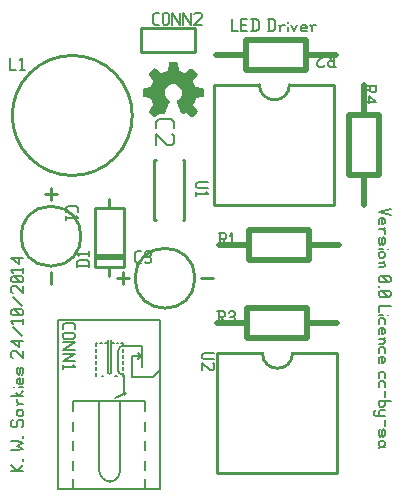
<source format=gto>
G04 start of page 9 for group -4079 idx -4079 *
G04 Title: (unknown), topsilk *
G04 Creator: pcb 20110918 *
G04 CreationDate: Tue 15 Sep 2015 23:47:47 GMT UTC *
G04 For: ksarkies *
G04 Format: Gerber/RS-274X *
G04 PCB-Dimensions: 130000 160000 *
G04 PCB-Coordinate-Origin: lower left *
%MOIN*%
%FSLAX25Y25*%
%LNTOPSILK*%
%ADD85C,0.0200*%
%ADD84C,0.0100*%
%ADD83C,0.0060*%
%ADD82C,0.0001*%
G54D82*G36*
X54977Y142514D02*X57554D01*
X57637Y142482D01*
X57684Y142406D01*
X57733Y142167D01*
X57777Y141945D01*
X58168Y139813D01*
X58215Y139725D01*
X58298Y139667D01*
X58401Y139623D01*
X59191Y139352D01*
X59941Y138994D01*
X59947D01*
X60034Y138956D01*
X60131Y138942D01*
X60229Y138973D01*
X62002Y140192D01*
X62193Y140317D01*
X62394Y140453D01*
X62480Y140478D01*
X62562Y140442D01*
X62893Y140112D01*
X63397Y139612D01*
X63555Y139449D01*
X64054Y138951D01*
X64216Y138794D01*
X64384Y138620D01*
X64423Y138535D01*
X64401Y138446D01*
X64265Y138245D01*
X64136Y138055D01*
X62947Y136319D01*
X62915Y136227D01*
X62930Y136130D01*
X62975Y136031D01*
X63658Y134425D01*
X63695Y134334D01*
X63758Y134256D01*
X63848Y134209D01*
X65887Y133828D01*
X66111Y133785D01*
X66354Y133742D01*
X66429Y133695D01*
X66458Y133612D01*
Y131035D01*
X66429Y130946D01*
X66354Y130899D01*
X66111Y130856D01*
X65887Y130813D01*
X63908Y130444D01*
X63820Y130396D01*
X63766Y130313D01*
X63738Y130253D01*
Y130242D01*
X63023Y128469D01*
X63018Y128457D01*
X63001Y128414D01*
X62984Y128313D01*
X63012Y128219D01*
X64141Y126587D01*
X64265Y126396D01*
X64406Y126195D01*
X64425Y126109D01*
X64384Y126027D01*
X64216Y125848D01*
X64054Y125691D01*
X62736Y124373D01*
X62562Y124205D01*
X62480Y124164D01*
X62394Y124182D01*
X62193Y124324D01*
X62002Y124448D01*
X60408Y125545D01*
X60309Y125574D01*
X60212Y125555D01*
X59881Y125371D01*
X59687Y125262D01*
X59340Y125084D01*
X59255Y125078D01*
X59193Y125138D01*
X59047Y125495D01*
X58959Y125702D01*
X57576Y129060D01*
X57488Y129266D01*
X57391Y129499D01*
X57387Y129594D01*
X57440Y129667D01*
X57663Y129798D01*
X57804Y129906D01*
X58340Y130352D01*
X58755Y130916D01*
X59022Y131575D01*
X59116Y132305D01*
X59058Y132880D01*
X58893Y133414D01*
X58630Y133899D01*
X58281Y134321D01*
X57861Y134670D01*
X57377Y134934D01*
X56843Y135099D01*
X56269Y135157D01*
X55694Y135099D01*
X55159Y134934D01*
X54676Y134670D01*
X54254Y134321D01*
X53906Y133899D01*
X53644Y133414D01*
X53479Y132880D01*
X53420Y132305D01*
X53513Y131575D01*
X53780Y130916D01*
X54194Y130352D01*
X54733Y129906D01*
X54869Y129798D01*
X55091Y129667D01*
X55145Y129594D01*
X55140Y129499D01*
X55043Y129266D01*
X54955Y129060D01*
X53572Y125702D01*
X53486Y125495D01*
X53338Y125138D01*
X53277Y125078D01*
X53193Y125084D01*
X52851Y125262D01*
X52650Y125371D01*
X52319Y125555D01*
X52220Y125574D01*
X52123Y125545D01*
X50529Y124448D01*
X50344Y124324D01*
X50138Y124182D01*
X50051Y124164D01*
X49969Y124205D01*
X49795Y124373D01*
X49638Y124535D01*
X49140Y125034D01*
X48977Y125192D01*
X48477Y125691D01*
X48315Y125848D01*
X48147Y126027D01*
X48108Y126109D01*
X48130Y126195D01*
X48266Y126396D01*
X48397Y126587D01*
X49519Y128219D01*
X49547Y128313D01*
X49530Y128414D01*
X49508Y128474D01*
X48798Y130248D01*
X48765Y130313D01*
X48711Y130396D01*
X48625Y130444D01*
X46644Y130813D01*
X46422Y130856D01*
X46183Y130899D01*
X46104Y130949D01*
X46075Y131035D01*
Y133612D01*
X46104Y133695D01*
X46183Y133742D01*
X46422Y133791D01*
X46644Y133828D01*
X48684Y134209D01*
X48773Y134256D01*
X48836Y134339D01*
X48873Y134425D01*
X49562Y136031D01*
X49601Y136130D01*
X49618Y136227D01*
X49590Y136319D01*
X48397Y138060D01*
X48266Y138245D01*
X48130Y138446D01*
X48108Y138535D01*
X48147Y138620D01*
X48315Y138794D01*
X48477Y138951D01*
X49969Y140442D01*
X50051Y140478D01*
X50138Y140459D01*
X50344Y140323D01*
X50529Y140192D01*
X52302Y138973D01*
X52400Y138944D01*
X52498Y138962D01*
X52584Y138994D01*
X52595Y138999D01*
X53341Y139353D01*
X54131Y139628D01*
X54234Y139667D01*
X54318Y139725D01*
X54363Y139813D01*
X54761Y141945D01*
X54798Y142167D01*
X54847Y142406D01*
X54894Y142482D01*
X54977Y142514D01*
G37*
G54D83*X2200Y6400D02*X6200D01*
X4200D02*X2200Y8400D01*
X4200Y6400D02*X6200Y8400D01*
Y10100D02*Y9600D01*
X2200Y13100D02*X4200D01*
X6200Y13600D01*
X4200Y14600D01*
X6200Y15600D01*
X4200Y16100D01*
X2200D02*X4200D01*
X6200Y17800D02*Y17300D01*
X2200Y22800D02*X2700Y23300D01*
X2200Y22800D02*Y21300D01*
X2700Y20800D02*X2200Y21300D01*
X2700Y20800D02*X3700D01*
X4200Y21300D01*
Y22800D02*Y21300D01*
Y22800D02*X4700Y23300D01*
X5700D01*
X6200Y22800D02*X5700Y23300D01*
X6200Y22800D02*Y21300D01*
X5700Y20800D02*X6200Y21300D01*
X4200Y26000D02*X4700Y26500D01*
X4200Y26000D02*Y25000D01*
X4700Y24500D02*X4200Y25000D01*
X4700Y24500D02*X5700D01*
X6200Y25000D01*
X4200Y26500D02*X5700D01*
X6200Y27000D01*
Y26000D02*Y25000D01*
Y26000D02*X5700Y26500D01*
X4700Y28700D02*X6200D01*
X4700D02*X4200Y29200D01*
Y30200D02*Y29200D01*
Y28200D02*X4700Y28700D01*
X2200Y31400D02*X6200D01*
X4700D02*X6200Y32900D01*
X4700Y31400D02*X3700Y32400D01*
X3200Y34100D02*X3300D01*
X4700D02*X6200D01*
Y37100D02*Y35600D01*
X5700Y35100D02*X6200Y35600D01*
X4700Y35100D02*X5700D01*
X4700D02*X4200Y35600D01*
Y36600D02*Y35600D01*
Y36600D02*X4700Y37100D01*
X5200D02*Y35100D01*
X4700Y37100D02*X5200D01*
X6200Y40300D02*Y38800D01*
Y40300D02*X5700Y40800D01*
X5200Y40300D02*X5700Y40800D01*
X5200Y40300D02*Y38800D01*
X4700Y38300D02*X5200Y38800D01*
X4700Y38300D02*X4200Y38800D01*
Y40300D02*Y38800D01*
Y40300D02*X4700Y40800D01*
X5700Y38300D02*X6200Y38800D01*
X2700Y43800D02*X2200Y44300D01*
Y45800D02*Y44300D01*
Y45800D02*X2700Y46300D01*
X3700D01*
X6200Y43800D02*X3700Y46300D01*
X6200D02*Y43800D01*
X4700Y47500D02*X2200Y49500D01*
X4700Y50000D02*Y47500D01*
X2200Y49500D02*X6200D01*
X5700Y51200D02*X2700Y54200D01*
X3000Y55400D02*X2200Y56200D01*
X6200D01*
Y56900D02*Y55400D01*
X5700Y58100D02*X6200Y58600D01*
X2700Y58100D02*X5700D01*
X2700D02*X2200Y58600D01*
Y59600D02*Y58600D01*
Y59600D02*X2700Y60100D01*
X5700D01*
X6200Y59600D02*X5700Y60100D01*
X6200Y59600D02*Y58600D01*
X5200Y58100D02*X3200Y60100D01*
X5700Y61300D02*X2700Y64300D01*
Y65500D02*X2200Y66000D01*
Y67500D02*Y66000D01*
Y67500D02*X2700Y68000D01*
X3700D01*
X6200Y65500D02*X3700Y68000D01*
X6200D02*Y65500D01*
X5700Y69200D02*X6200Y69700D01*
X2700Y69200D02*X5700D01*
X2700D02*X2200Y69700D01*
Y70700D02*Y69700D01*
Y70700D02*X2700Y71200D01*
X5700D01*
X6200Y70700D02*X5700Y71200D01*
X6200Y70700D02*Y69700D01*
X5200Y69200D02*X3200Y71200D01*
X3000Y72400D02*X2200Y73200D01*
X6200D01*
Y73900D02*Y72400D01*
X4700Y75100D02*X2200Y77100D01*
X4700Y77600D02*Y75100D01*
X2200Y77100D02*X6200D01*
X128800Y93700D02*X124800Y92700D01*
X128800Y91700D01*
X124800Y90000D02*Y88500D01*
X125300Y90500D02*X124800Y90000D01*
X125300Y90500D02*X126300D01*
X126800Y90000D01*
Y89000D01*
X126300Y88500D01*
X125800Y90500D02*Y88500D01*
X126300D01*
X124800Y86800D02*X126300D01*
X126800Y86300D01*
Y85300D01*
Y87300D02*X126300Y86800D01*
X124800Y83600D02*Y82100D01*
X125300Y81600D01*
X125800Y82100D02*X125300Y81600D01*
X125800Y83600D02*Y82100D01*
X126300Y84100D02*X125800Y83600D01*
X126300Y84100D02*X126800Y83600D01*
Y82100D01*
X126300Y81600D01*
X125300Y84100D02*X124800Y83600D01*
X127700Y80400D02*X127800D01*
X124800D02*X126300D01*
X125300Y79400D02*X126300D01*
X126800Y78900D01*
Y77900D01*
X126300Y77400D01*
X125300D02*X126300D01*
X124800Y77900D02*X125300Y77400D01*
X124800Y78900D02*Y77900D01*
X125300Y79400D02*X124800Y78900D01*
Y75700D02*X126300D01*
X126800Y75200D01*
Y74700D01*
X126300Y74200D01*
X124800D02*X126300D01*
X126800Y76200D02*X126300Y75700D01*
X125300Y71200D02*X124800Y70700D01*
X125300Y71200D02*X128300D01*
X128800Y70700D01*
Y69700D01*
X128300Y69200D01*
X125300D02*X128300D01*
X124800Y69700D02*X125300Y69200D01*
X124800Y70700D02*Y69700D01*
X125800Y71200D02*X127800Y69200D01*
X124800Y68000D02*Y67500D01*
X125300Y66300D02*X124800Y65800D01*
X125300Y66300D02*X128300D01*
X128800Y65800D01*
Y64800D01*
X128300Y64300D01*
X125300D02*X128300D01*
X124800Y64800D02*X125300Y64300D01*
X124800Y65800D02*Y64800D01*
X125800Y66300D02*X127800Y64300D01*
X124800Y61300D02*X128800D01*
X124800D02*Y59300D01*
X127700Y58100D02*X127800D01*
X124800D02*X126300D01*
X126800Y56600D02*Y55100D01*
X126300Y57100D02*X126800Y56600D01*
X125300Y57100D02*X126300D01*
X125300D02*X124800Y56600D01*
Y55100D01*
Y53400D02*Y51900D01*
X125300Y53900D02*X124800Y53400D01*
X125300Y53900D02*X126300D01*
X126800Y53400D01*
Y52400D01*
X126300Y51900D01*
X125800Y53900D02*Y51900D01*
X126300D01*
X124800Y50200D02*X126300D01*
X126800Y49700D01*
Y49200D01*
X126300Y48700D01*
X124800D02*X126300D01*
X126800Y50700D02*X126300Y50200D01*
X126800Y47000D02*Y45500D01*
X126300Y47500D02*X126800Y47000D01*
X125300Y47500D02*X126300D01*
X125300D02*X124800Y47000D01*
Y45500D01*
Y43800D02*Y42300D01*
X125300Y44300D02*X124800Y43800D01*
X125300Y44300D02*X126300D01*
X126800Y43800D01*
Y42800D01*
X126300Y42300D01*
X125800Y44300D02*Y42300D01*
X126300D01*
X126800Y38800D02*Y37300D01*
X126300Y39300D02*X126800Y38800D01*
X125300Y39300D02*X126300D01*
X125300D02*X124800Y38800D01*
Y37300D01*
X126800Y35600D02*Y34100D01*
X126300Y36100D02*X126800Y35600D01*
X125300Y36100D02*X126300D01*
X125300D02*X124800Y35600D01*
Y34100D01*
X126800Y32900D02*Y30900D01*
X124800Y29700D02*X128800D01*
X125300D02*X124800Y29200D01*
Y28200D01*
X125300Y27700D01*
X126300D01*
X126800Y28200D02*X126300Y27700D01*
X126800Y29200D02*Y28200D01*
X126300Y29700D02*X126800Y29200D01*
X125300Y26500D02*X126800D01*
X125300D02*X124800Y26000D01*
X123800Y24500D02*X126800D01*
X123300Y25000D02*X123800Y24500D01*
X123300Y26000D02*Y25000D01*
X123800Y26500D02*X123300Y26000D01*
X124800D02*Y25000D01*
X125300Y24500D01*
X126800Y23300D02*Y21300D01*
X124800Y19600D02*Y18100D01*
X125300Y17600D01*
X125800Y18100D02*X125300Y17600D01*
X125800Y19600D02*Y18100D01*
X126300Y20100D02*X125800Y19600D01*
X126300Y20100D02*X126800Y19600D01*
Y18100D01*
X126300Y17600D01*
X125300Y20100D02*X124800Y19600D01*
X126800Y14900D02*X126300Y14400D01*
X126800Y15900D02*Y14900D01*
X126300Y16400D02*X126800Y15900D01*
X125300Y16400D02*X126300D01*
X125300D02*X124800Y15900D01*
X125300Y14400D02*X126800D01*
X125300D02*X124800Y13900D01*
Y15900D02*Y14900D01*
X125300Y14400D01*
X75800Y156800D02*Y152800D01*
X77800D01*
X79000Y155000D02*X80500D01*
X79000Y152800D02*X81000D01*
X79000Y156800D02*Y152800D01*
Y156800D02*X81000D01*
X82700D02*Y152800D01*
X84000Y156800D02*X84700Y156100D01*
Y153500D01*
X84000Y152800D02*X84700Y153500D01*
X82200Y152800D02*X84000D01*
X82200Y156800D02*X84000D01*
X88200D02*Y152800D01*
X89500Y156800D02*X90200Y156100D01*
Y153500D01*
X89500Y152800D02*X90200Y153500D01*
X87700Y152800D02*X89500D01*
X87700Y156800D02*X89500D01*
X91900Y154300D02*Y152800D01*
Y154300D02*X92400Y154800D01*
X93400D01*
X91400D02*X91900Y154300D01*
X94600Y155800D02*Y155700D01*
Y154300D02*Y152800D01*
X95600Y154800D02*X96600Y152800D01*
X97600Y154800D02*X96600Y152800D01*
X99300D02*X100800D01*
X98800Y153300D02*X99300Y152800D01*
X98800Y154300D02*Y153300D01*
Y154300D02*X99300Y154800D01*
X100300D01*
X100800Y154300D01*
X98800Y153800D02*X100800D01*
Y154300D02*Y153800D01*
X102500Y154300D02*Y152800D01*
Y154300D02*X103000Y154800D01*
X104000D01*
X102000D02*X102500Y154300D01*
G54D84*X45500Y146000D02*Y154000D01*
X63500Y146000D02*X45500D01*
X63500Y154000D02*Y146000D01*
X45500Y154000D02*X63500D01*
X70000Y135000D02*Y95000D01*
X110000D01*
Y135000D01*
X70000D02*X85000D01*
X95000D02*X110000D01*
X85000D02*G75*G03X95000Y135000I5000J0D01*G01*
G54D85*X125000Y125000D02*Y105000D01*
X115000D02*X125000D01*
X115000Y125000D02*Y105000D01*
Y125000D02*X125000D01*
X120000Y135000D02*Y125000D01*
Y105000D02*Y95000D01*
X80500Y140000D02*X100500D01*
X80500Y150000D02*Y140000D01*
Y150000D02*X100500D01*
Y140000D01*
Y145000D02*X110500D01*
X70500D02*X80500D01*
X81500Y86500D02*X101500D01*
Y76500D01*
X81500D01*
Y86500D01*
X71500Y81500D02*X81500D01*
X101500D02*X111500D01*
G54D84*X37500Y70500D02*X41500D01*
X39500Y72500D02*Y68500D01*
X65500Y70500D02*X69500D01*
X43500D02*G75*G03X43500Y70500I10000J0D01*G01*
X59500Y90000D02*X60000D01*
Y110000D02*Y90000D01*
X59500Y110000D02*X60000D01*
X50000D02*X50500D01*
X50000D02*Y90000D01*
X50500D01*
X8465Y138891D02*G75*G03X8465Y138891I14142J-14142D01*G01*
X15500Y100500D02*Y96500D01*
X13500Y98500D02*X17500D01*
X15500Y72500D02*Y68500D01*
X15500Y94500D02*G75*G03X15500Y94500I0J-10000D01*G01*
X30146Y74245D02*X39854D01*
X35000D02*Y71250D01*
X30146Y93755D02*Y74245D01*
Y93755D02*X39854D01*
X35000Y96750D02*Y93755D01*
X39854D02*Y74245D01*
X30146Y77245D02*X39854D01*
X30146Y77745D02*X39854D01*
X30146Y78245D02*X39854D01*
G54D83*X52000Y56700D02*Y200D01*
X18000Y56700D02*X52000D01*
X18000D02*Y200D01*
X52000D01*
X47000Y3700D02*Y200D01*
X23000Y3700D02*Y200D01*
Y29500D02*X47000D01*
X23000Y29400D02*Y26200D01*
X47000Y29400D02*Y26200D01*
Y22700D02*Y19700D01*
X23000Y22700D02*Y19700D01*
Y16200D02*Y13200D01*
X47000Y16200D02*Y13200D01*
Y9700D02*Y6700D01*
X23000Y9700D02*Y6700D01*
X31500Y29500D02*Y6300D01*
X38500Y29500D02*Y6000D01*
X45500Y44500D02*X44500Y43500D01*
X34500Y50000D02*Y39000D01*
X40000Y37500D02*Y32000D01*
X37000Y38000D02*X37500D01*
X39500Y48000D02*X46000D01*
Y41000D01*
X42500Y44500D02*X45500D01*
X42500D02*Y37500D01*
X49500D01*
X52000Y40000D01*
X45500Y44500D02*X44500Y45500D01*
X35500Y50000D02*Y39000D01*
X40000Y32000D02*X37000Y30500D01*
X39500Y43000D02*Y42000D01*
X35500Y49000D02*X36500D01*
X33500D02*X34500D01*
X32000D02*X32500D01*
X30500D02*X31000D01*
X30500D02*Y48000D01*
Y47000D02*Y46000D01*
Y45000D02*Y44000D01*
Y43000D02*Y42000D01*
Y41000D02*Y40000D01*
Y39000D02*Y38000D01*
X39500Y45000D02*Y44000D01*
Y39000D02*Y38000D01*
Y41000D02*Y40000D01*
X37500Y49000D02*X38000D01*
X39000D02*X39500D01*
Y48000D01*
Y47000D02*Y46000D01*
X32500Y38000D02*X33000D01*
X38000Y46500D02*Y39500D01*
X35000Y2700D02*G75*G03X38500Y6200I0J3500D01*G01*
X31500Y6700D02*G75*G03X35500Y2700I4000J0D01*G01*
X34500Y39000D02*G75*G03X35000Y38500I500J0D01*G01*
Y38502D02*G75*G03X35500Y39002I0J500D01*G01*
X40000Y32500D02*G75*G03X39500Y32000I0J-500D01*G01*
Y32001D02*G75*G03X40001Y31500I501J0D01*G01*
X40000Y37500D02*G75*G03X39000Y38500I-1000J0D01*G01*
X40500Y32000D02*G75*G03X40000Y32500I-500J0D01*G01*
X39999Y31500D02*G75*G03X40500Y32001I0J501D01*G01*
X39500Y48001D02*G75*G03X38000Y46501I0J-1500D01*G01*
Y39500D02*G75*G03X39000Y38500I1000J0D01*G01*
G54D84*X71000Y45500D02*Y5500D01*
X111000D01*
Y45500D01*
X71000D02*X86000D01*
X96000D02*X111000D01*
X86000D02*G75*G03X96000Y45500I5000J0D01*G01*
G54D85*X81000Y60500D02*X101000D01*
Y50500D01*
X81000D01*
Y60500D01*
X71000Y55500D02*X81000D01*
X101000D02*X111000D01*
G54D83*X19500Y54800D02*Y53500D01*
X20200Y55500D02*X19500Y54800D01*
X20200Y55500D02*X22800D01*
X23500Y54800D01*
Y53500D01*
X20000Y52300D02*X23000D01*
X23500Y51800D01*
Y50800D01*
X23000Y50300D01*
X20000D02*X23000D01*
X19500Y50800D02*X20000Y50300D01*
X19500Y51800D02*Y50800D01*
X20000Y52300D02*X19500Y51800D01*
Y49100D02*X23500D01*
X19500Y46600D01*
X23500D01*
X19500Y45400D02*X23500D01*
X19500Y42900D01*
X23500D01*
X22700Y41700D02*X23500Y40900D01*
X19500D02*X23500D01*
X19500Y41700D02*Y40200D01*
X2000Y144000D02*Y140000D01*
X4000D01*
X5200Y143200D02*X6000Y144000D01*
Y140000D01*
X5200D02*X6700D01*
X20500Y93800D02*Y92500D01*
X21200Y94500D02*X20500Y93800D01*
X21200Y94500D02*X23800D01*
X24500Y93800D01*
Y92500D01*
X23700Y91300D02*X24500Y90500D01*
X20500D02*X24500D01*
X20500Y91300D02*Y89800D01*
X50200Y155000D02*X51500D01*
X49500Y155700D02*X50200Y155000D01*
X49500Y158300D02*Y155700D01*
Y158300D02*X50200Y159000D01*
X51500D01*
X52700Y158500D02*Y155500D01*
Y158500D02*X53200Y159000D01*
X54200D01*
X54700Y158500D01*
Y155500D01*
X54200Y155000D02*X54700Y155500D01*
X53200Y155000D02*X54200D01*
X52700Y155500D02*X53200Y155000D01*
X55900Y159000D02*Y155000D01*
Y159000D02*X58400Y155000D01*
Y159000D02*Y155000D01*
X59600Y159000D02*Y155000D01*
Y159000D02*X62100Y155000D01*
Y159000D02*Y155000D01*
X63300Y158500D02*X63800Y159000D01*
X65300D01*
X65800Y158500D01*
Y157500D01*
X63300Y155000D02*X65800Y157500D01*
X63300Y155000D02*X65800D01*
X64500Y102500D02*X68000D01*
X64500D02*X64000Y102000D01*
Y101000D01*
X64500Y100500D01*
X68000D01*
X67200Y99300D02*X68000Y98500D01*
X64000D02*X68000D01*
X64000Y99300D02*Y97800D01*
X124000Y135000D02*Y133000D01*
X123500Y132500D01*
X122500D02*X123500D01*
X122000Y133000D02*X122500Y132500D01*
X122000Y134500D02*Y133000D01*
X120000Y134500D02*X124000D01*
X122000Y133700D02*X120000Y132500D01*
X121500Y131300D02*X124000Y129300D01*
X121500Y131300D02*Y128800D01*
X120000Y129300D02*X124000D01*
X50500Y122450D02*Y120500D01*
X51550Y123500D02*X50500Y122450D01*
X51550Y123500D02*X55450D01*
X56500Y122450D01*
Y120500D01*
X55750Y118700D02*X56500Y117950D01*
Y115700D01*
X55750Y114950D01*
X54250D02*X55750D01*
X50500Y118700D02*X54250Y114950D01*
X50500Y118700D02*Y114950D01*
X108500Y141000D02*X110500D01*
X108500D02*X108000Y141500D01*
Y142500D02*Y141500D01*
X108500Y143000D02*X108000Y142500D01*
X108500Y143000D02*X110000D01*
Y145000D02*Y141000D01*
X109200Y143000D02*X108000Y145000D01*
X106800Y141500D02*X106300Y141000D01*
X104800D02*X106300D01*
X104800D02*X104300Y141500D01*
Y142500D02*Y141500D01*
X106800Y145000D02*X104300Y142500D01*
Y145000D02*X106800D01*
X66500Y45500D02*X70000D01*
X66500D02*X66000Y45000D01*
Y44000D01*
X66500Y43500D01*
X70000D01*
X69500Y42300D02*X70000Y41800D01*
Y40300D01*
X69500Y39800D01*
X68500D02*X69500D01*
X66000Y42300D02*X68500Y39800D01*
X66000Y42300D02*Y39800D01*
X71500Y85500D02*X73500D01*
X74000Y85000D01*
Y84000D01*
X73500Y83500D02*X74000Y84000D01*
X72000Y83500D02*X73500D01*
X72000Y85500D02*Y81500D01*
X72800Y83500D02*X74000Y81500D01*
X75200Y84700D02*X76000Y85500D01*
Y81500D01*
X75200D02*X76700D01*
X71000Y59500D02*X73000D01*
X73500Y59000D01*
Y58000D01*
X73000Y57500D02*X73500Y58000D01*
X71500Y57500D02*X73000D01*
X71500Y59500D02*Y55500D01*
X72300Y57500D02*X73500Y55500D01*
X74700Y59000D02*X75200Y59500D01*
X76200D01*
X76700Y59000D01*
X76200Y55500D02*X76700Y56000D01*
X75200Y55500D02*X76200D01*
X74700Y56000D02*X75200Y55500D01*
Y57700D02*X76200D01*
X76700Y59000D02*Y58200D01*
Y57200D02*Y56000D01*
Y57200D02*X76200Y57700D01*
X76700Y58200D02*X76200Y57700D01*
X44200Y75500D02*X45500D01*
X43500Y76200D02*X44200Y75500D01*
X43500Y78800D02*Y76200D01*
Y78800D02*X44200Y79500D01*
X45500D01*
X46700Y79000D02*X47200Y79500D01*
X48200D01*
X48700Y79000D01*
X48200Y75500D02*X48700Y76000D01*
X47200Y75500D02*X48200D01*
X46700Y76000D02*X47200Y75500D01*
Y77700D02*X48200D01*
X48700Y79000D02*Y78200D01*
Y77200D02*Y76000D01*
Y77200D02*X48200Y77700D01*
X48700Y78200D02*X48200Y77700D01*
X24146Y74745D02*X28146D01*
X24146Y76045D02*X24846Y76745D01*
X27446D01*
X28146Y76045D02*X27446Y76745D01*
X28146Y76045D02*Y74245D01*
X24146Y76045D02*Y74245D01*
X24946Y77945D02*X24146Y78745D01*
X28146D01*
Y79445D02*Y77945D01*
M02*

</source>
